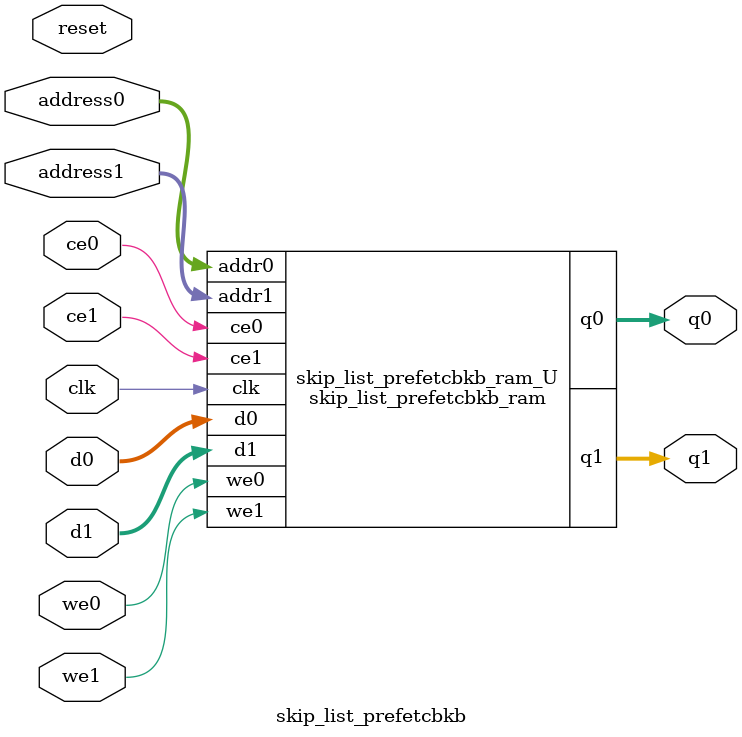
<source format=v>

`timescale 1 ns / 1 ps
module skip_list_prefetcbkb_ram (addr0, ce0, d0, we0, q0, addr1, ce1, d1, we1, q1,  clk);

parameter DWIDTH = 32;
parameter AWIDTH = 9;
parameter MEM_SIZE = 500;

input[AWIDTH-1:0] addr0;
input ce0;
input[DWIDTH-1:0] d0;
input we0;
output reg[DWIDTH-1:0] q0;
input[AWIDTH-1:0] addr1;
input ce1;
input[DWIDTH-1:0] d1;
input we1;
output reg[DWIDTH-1:0] q1;
input clk;

(* ram_style = "block" *)reg [DWIDTH-1:0] ram[0:MEM_SIZE-1];




always @(posedge clk)  
begin 
    if (ce0) 
    begin
        if (we0) 
        begin 
            ram[addr0] <= d0; 
            q0 <= d0;
        end 
        else 
            q0 <= ram[addr0];
    end
end


always @(posedge clk)  
begin 
    if (ce1) 
    begin
        if (we1) 
        begin 
            ram[addr1] <= d1; 
            q1 <= d1;
        end 
        else 
            q1 <= ram[addr1];
    end
end


endmodule


`timescale 1 ns / 1 ps
module skip_list_prefetcbkb(
    reset,
    clk,
    address0,
    ce0,
    we0,
    d0,
    q0,
    address1,
    ce1,
    we1,
    d1,
    q1);

parameter DataWidth = 32'd32;
parameter AddressRange = 32'd500;
parameter AddressWidth = 32'd9;
input reset;
input clk;
input[AddressWidth - 1:0] address0;
input ce0;
input we0;
input[DataWidth - 1:0] d0;
output[DataWidth - 1:0] q0;
input[AddressWidth - 1:0] address1;
input ce1;
input we1;
input[DataWidth - 1:0] d1;
output[DataWidth - 1:0] q1;



skip_list_prefetcbkb_ram skip_list_prefetcbkb_ram_U(
    .clk( clk ),
    .addr0( address0 ),
    .ce0( ce0 ),
    .d0( d0 ),
    .we0( we0 ),
    .q0( q0 ),
    .addr1( address1 ),
    .ce1( ce1 ),
    .d1( d1 ),
    .we1( we1 ),
    .q1( q1 ));

endmodule


</source>
